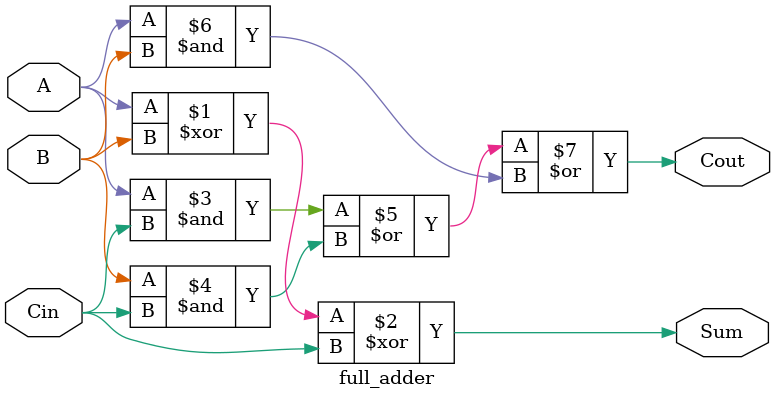
<source format=v>
module full_adder (
    input wire  A,B,Cin,
    output wire Sum,Cout
);
    assign Sum=A^B^Cin;
    assign Cout=(A&Cin)|(B&Cin)|(A&B);
endmodule
</source>
